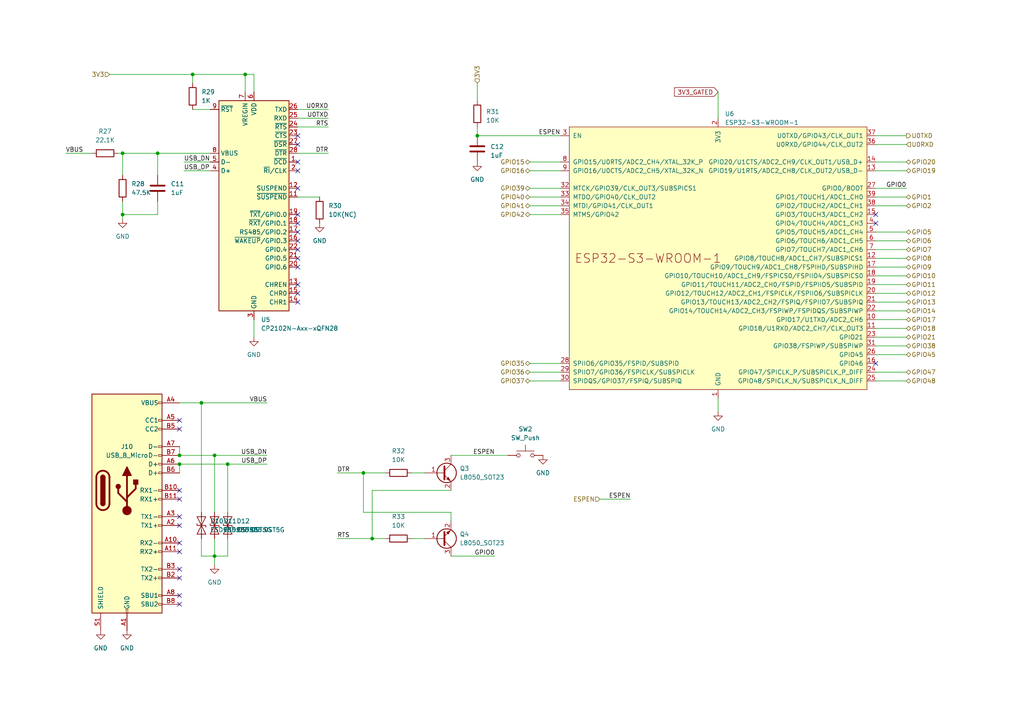
<source format=kicad_sch>
(kicad_sch (version 20230121) (generator eeschema)
  (paper "A4")
  (lib_symbols
    (symbol "Connector:USB_C_Receptacle" (pin_names (offset 1.016))
      (property "Reference" "J" (at -10.16 29.21 0))
      (property "Value" "USB_C_Receptacle" (at 10.16 29.21 0))
      (symbol "USB_C_Receptacle_0_0"
        (rectangle (start -0.254 -35.56) (end 0.254 -34.544))
        (rectangle (start 10.16 -32.766) (end 9.144 -33.274))
        (rectangle (start 10.16 -30.226) (end 9.144 -30.734))
        (rectangle (start 10.16 -25.146) (end 9.144 -25.654))
        (rectangle (start 10.16 -22.606) (end 9.144 -23.114))
        (rectangle (start 10.16 -17.526) (end 9.144 -18.034))
        (rectangle (start 10.16 -14.986) (end 9.144 -15.494))
        (rectangle (start 10.16 -9.906) (end 9.144 -10.414))
        (rectangle (start 10.16 -7.366) (end 9.144 -7.874))
        (rectangle (start 10.16 -2.286) (end 9.144 -2.794))
        (rectangle (start 10.16 0.254) (end 9.144 -0.254))
        (rectangle (start 10.16 5.334) (end 9.144 4.826))
        (rectangle (start 10.16 7.874) (end 9.144 7.366))
        (rectangle (start 10.16 10.414) (end 9.144 9.906))
        (rectangle (start 10.16 12.954) (end 9.144 12.446))
        (rectangle (start 10.16 18.034) (end 9.144 17.526))
        (rectangle (start 10.16 20.574) (end 9.144 20.066))
        (rectangle (start 10.16 25.654) (end 9.144 25.146))
      )
      (symbol "USB_C_Receptacle_0_1"
        (rectangle (start -10.16 27.94) (end 10.16 -35.56) (stroke (width 0.254)) (fill (type background)))
        (arc (start -8.89 -3.81) (mid -6.985 -5.7067) (end -5.08 -3.81) (stroke (width 0.508)))
        (arc (start -7.62 -3.81) (mid -6.985 -4.4423) (end -6.35 -3.81) (stroke (width 0.254)))
        (arc (start -7.62 -3.81) (mid -6.985 -4.4423) (end -6.35 -3.81) (stroke (width 0.254)) (fill (type outline)))
        (rectangle (start -7.62 -3.81) (end -6.35 3.81) (stroke (width 0.254)) (fill (type outline)))
        (arc (start -6.35 3.81) (mid -6.985 4.4423) (end -7.62 3.81) (stroke (width 0.254)))
        (arc (start -6.35 3.81) (mid -6.985 4.4423) (end -7.62 3.81) (stroke (width 0.254)) (fill (type outline)))
        (arc (start -5.08 3.81) (mid -6.985 5.7067) (end -8.89 3.81) (stroke (width 0.508)))
        (polyline (pts (xy -8.89 -3.81) (xy -8.89 3.81)) (stroke (width 0.508)))
        (polyline (pts (xy -5.08 3.81) (xy -5.08 -3.81)) (stroke (width 0.508)))
      )
      (symbol "USB_C_Receptacle_1_1"
        (circle (center -2.54 1.143) (radius 0.635) (stroke (width 0.254)) (fill (type outline)))
        (circle (center 0 -5.842) (radius 1.27) (fill (type outline)))
        (polyline (pts (xy 0 -5.842) (xy 0 4.318)) (stroke (width 0.508)))
        (polyline (pts (xy 0 -3.302) (xy -2.54 -0.762) (xy -2.54 0.508)) (stroke (width 0.508)))
        (polyline (pts (xy 0 -2.032) (xy 2.54 0.508) (xy 2.54 1.778)) (stroke (width 0.508)))
        (polyline (pts (xy -1.27 4.318) (xy 0 6.858) (xy 1.27 4.318) (xy -1.27 4.318)) (stroke (width 0.254)) (fill (type outline)))
        (rectangle (start 1.905 1.778) (end 3.175 3.048) (stroke (width 0.254)) (fill (type outline)))
        (pin passive line (at 0 -40.64 90) (length 5.08) (name "GND") (number "A1"))
        (pin bidirectional line (at 15.24 -15.24 180) (length 5.08) (name "RX2-") (number "A10"))
        (pin bidirectional line (at 15.24 -17.78 180) (length 5.08) (name "RX2+") (number "A11"))
        (pin passive line (at 0 -40.64 90) (length 5.08) hide (name "GND") (number "A12"))
        (pin bidirectional line (at 15.24 -10.16 180) (length 5.08) (name "TX1+") (number "A2"))
        (pin bidirectional line (at 15.24 -7.62 180) (length 5.08) (name "TX1-") (number "A3"))
        (pin passive line (at 15.24 25.4 180) (length 5.08) (name "VBUS") (number "A4"))
        (pin bidirectional line (at 15.24 20.32 180) (length 5.08) (name "CC1") (number "A5"))
        (pin bidirectional line (at 15.24 7.62 180) (length 5.08) (name "D+") (number "A6"))
        (pin bidirectional line (at 15.24 12.7 180) (length 5.08) (name "D-") (number "A7"))
        (pin bidirectional line (at 15.24 -30.48 180) (length 5.08) (name "SBU1") (number "A8"))
        (pin passive line (at 15.24 25.4 180) (length 5.08) hide (name "VBUS") (number "A9"))
        (pin passive line (at 0 -40.64 90) (length 5.08) hide (name "GND") (number "B1"))
        (pin bidirectional line (at 15.24 0 180) (length 5.08) (name "RX1-") (number "B10"))
        (pin bidirectional line (at 15.24 -2.54 180) (length 5.08) (name "RX1+") (number "B11"))
        (pin passive line (at 0 -40.64 90) (length 5.08) hide (name "GND") (number "B12"))
        (pin bidirectional line (at 15.24 -25.4 180) (length 5.08) (name "TX2+") (number "B2"))
        (pin bidirectional line (at 15.24 -22.86 180) (length 5.08) (name "TX2-") (number "B3"))
        (pin passive line (at 15.24 25.4 180) (length 5.08) hide (name "VBUS") (number "B4"))
        (pin bidirectional line (at 15.24 17.78 180) (length 5.08) (name "CC2") (number "B5"))
        (pin bidirectional line (at 15.24 5.08 180) (length 5.08) (name "D+") (number "B6"))
        (pin bidirectional line (at 15.24 10.16 180) (length 5.08) (name "D-") (number "B7"))
        (pin bidirectional line (at 15.24 -33.02 180) (length 5.08) (name "SBU2") (number "B8"))
        (pin passive line (at 15.24 25.4 180) (length 5.08) hide (name "VBUS") (number "B9"))
        (pin passive line (at -7.62 -40.64 90) (length 5.08) (name "SHIELD") (number "S1"))
      )
    )
    (symbol "Custom_Components:L8050_SOT23" (pin_names (offset 0) hide)
      (property "Reference" "Q" (at 5.08 1.905 0))
      (property "Value" "L8050_SOT23" (at 5.08 0 0))
      (symbol "L8050_SOT23_0_1"
        (polyline (pts (xy 0 0) (xy 0.635 0)))
        (polyline (pts (xy 0.635 0.635) (xy 2.54 2.54)))
        (polyline (pts (xy 0.635 -0.635) (xy 2.54 -2.54) (xy 2.54 -2.54)))
        (polyline (pts (xy 0.635 1.905) (xy 0.635 -1.905) (xy 0.635 -1.905)) (stroke (width 0.508)))
        (polyline (pts (xy 1.27 -1.778) (xy 1.778 -1.27) (xy 2.286 -2.286) (xy 1.27 -1.778) (xy 1.27 -1.778)) (fill (type outline)))
        (circle (center 1.27 0) (radius 2.8194) (stroke (width 0.254)))
      )
      (symbol "L8050_SOT23_1_1"
        (pin input line (at -5.08 0 0) (length 5.08) (name "B") (number "1"))
        (pin passive line (at 2.54 -5.08 90) (length 2.54) (name "E") (number "2"))
        (pin passive line (at 2.54 5.08 270) (length 2.54) (name "C") (number "3"))
      )
    )
    (symbol "Device:C" (pin_numbers hide) (pin_names (offset 0.254))
      (property "Reference" "C" (at 0.635 2.54 0))
      (property "Value" "C" (at 0.635 -2.54 0))
      (symbol "C_0_1"
        (polyline (pts (xy -2.032 -0.762) (xy 2.032 -0.762)) (stroke (width 0.508)))
        (polyline (pts (xy -2.032 0.762) (xy 2.032 0.762)) (stroke (width 0.508)))
      )
      (symbol "C_1_1"
        (pin passive line (at 0 3.81 270) (length 2.794) (name "~") (number "1"))
        (pin passive line (at 0 -3.81 90) (length 2.794) (name "~") (number "2"))
      )
    )
    (symbol "Device:R" (pin_numbers hide) (pin_names (offset 0))
      (property "Reference" "R" (at 2.032 0 90))
      (property "Value" "R" (at 0 0 90))
      (symbol "R_0_1"
        (rectangle (start -1.016 -2.54) (end 1.016 2.54) (stroke (width 0.254)))
      )
      (symbol "R_1_1"
        (pin passive line (at 0 3.81 270) (length 1.27) (name "~") (number "1"))
        (pin passive line (at 0 -3.81 90) (length 1.27) (name "~") (number "2"))
      )
    )
    (symbol "Diode:ESD9B5.0ST5G" (pin_numbers hide) (pin_names (offset 1.016) hide)
      (property "Reference" "D" (at 0 2.54 0))
      (property "Value" "ESD9B5.0ST5G" (at 0 -2.54 0))
      (symbol "ESD9B5.0ST5G_0_1"
        (polyline (pts (xy 1.27 0) (xy -1.27 0)))
        (polyline (pts (xy -2.54 -1.27) (xy 0 0) (xy -2.54 1.27) (xy -2.54 -1.27)) (stroke (width 0.2032)))
        (polyline (pts (xy 0.508 1.27) (xy 0 1.27) (xy 0 -1.27) (xy -0.508 -1.27)) (stroke (width 0.2032)))
        (polyline (pts (xy 2.54 1.27) (xy 2.54 -1.27) (xy 0 0) (xy 2.54 1.27)) (stroke (width 0.2032)))
      )
      (symbol "ESD9B5.0ST5G_1_1"
        (pin passive line (at -3.81 0 0) (length 2.54) (name "A1") (number "1"))
        (pin passive line (at 3.81 0 180) (length 2.54) (name "A2") (number "2"))
      )
    )
    (symbol "ESP32-S3-WROOM-1_1" (pin_names (offset 1.016))
      (property "Reference" "U" (at -43.18 43.18 0))
      (property "Value" "ESP32-S3-WROOM-1" (at -43.18 40.64 0))
      (symbol "ESP32-S3-WROOM-1_1_0_0"
        (text "ESP32-S3-WROOM-1" (at -20.32 0 0) (effects (font (size 2.54 2.54))))
        (pin power_in line (at 0 -40.64 90) (length 2.54) (name "GND") (number "1"))
        (pin bidirectional line (at 45.72 -17.78 180) (length 2.54) (name "GPIO17/U1TXD/ADC2_CH6") (number "10"))
        (pin bidirectional line (at 45.72 -20.32 180) (length 2.54) (name "GPIO18/U1RXD/ADC2_CH7/CLK_OUT3") (number "11"))
        (pin bidirectional line (at 45.72 0 180) (length 2.54) (name "GPIO8/TOUCH8/ADC1_CH7/SUBSPICS1") (number "12"))
        (pin bidirectional line (at 45.72 25.4 180) (length 2.54) (name "GPIO19/U1RTS/ADC2_CH8/CLK_OUT2/USB_D-") (number "13"))
        (pin bidirectional line (at 45.72 27.94 180) (length 2.54) (name "GPIO20/U1CTS/ADC2_CH9/CLK_OUT1/USB_D+") (number "14"))
        (pin bidirectional line (at 45.72 12.7 180) (length 2.54) (name "GPIO3/TOUCH3/ADC1_CH2") (number "15"))
        (pin bidirectional line (at 45.72 -30.48 180) (length 2.54) (name "GPIO46") (number "16"))
        (pin bidirectional line (at 45.72 -2.54 180) (length 2.54) (name "GPIO9/TOUCH9/ADC1_CH8/FSPIHD/SUBSPIHD") (number "17"))
        (pin bidirectional line (at 45.72 -5.08 180) (length 2.54) (name "GPIO10/TOUCH10/ADC1_CH9/FSPICS0/FSPIIO4/SUBSPICS0") (number "18"))
        (pin bidirectional line (at 45.72 -7.62 180) (length 2.54) (name "GPIO11/TOUCH11/ADC2_CH0/FSPID/FSPIIO5/SUBSPID") (number "19"))
        (pin power_in line (at 0 40.64 270) (length 2.54) (name "3V3") (number "2"))
        (pin bidirectional line (at 45.72 -10.16 180) (length 2.54) (name "GPIO12/TOUCH12/ADC2_CH1/FSPICLK/FSPIIO6/SUBSPICLK") (number "20"))
        (pin bidirectional line (at 45.72 -12.7 180) (length 2.54) (name "GPIO13/TOUCH13/ADC2_CH2/FSPIQ/FSPIIO7/SUBSPIQ") (number "21"))
        (pin bidirectional line (at 45.72 -15.24 180) (length 2.54) (name "GPIO14/TOUCH14/ADC2_CH3/FSPIWP/FSPIDQS/SUBSPIWP") (number "22"))
        (pin bidirectional line (at 45.72 -22.86 180) (length 2.54) (name "GPIO21") (number "23"))
        (pin bidirectional line (at 45.72 -33.02 180) (length 2.54) (name "GPIO47/SPICLK_P/SUBSPICLK_P_DIFF") (number "24"))
        (pin bidirectional line (at 45.72 -35.56 180) (length 2.54) (name "GPIO48/SPICLK_N/SUBSPICLK_N_DIFF") (number "25"))
        (pin bidirectional line (at 45.72 -27.94 180) (length 2.54) (name "GPIO45") (number "26"))
        (pin bidirectional line (at 45.72 20.32 180) (length 2.54) (name "GPIO0/BOOT") (number "27"))
        (pin bidirectional line (at -45.72 -30.48 0) (length 2.54) (name "SPIIO6/GPIO35/FSPID/SUBSPID") (number "28"))
        (pin bidirectional line (at -45.72 -33.02 0) (length 2.54) (name "SPIIO7/GPIO36/FSPICLK/SUBSPICLK") (number "29"))
        (pin input line (at -45.72 35.56 0) (length 2.54) (name "EN") (number "3"))
        (pin bidirectional line (at -45.72 -35.56 0) (length 2.54) (name "SPIDQS/GPIO37/FSPIQ/SUBSPIQ") (number "30"))
        (pin bidirectional line (at 45.72 -25.4 180) (length 2.54) (name "GPIO38/FSPIWP/SUBSPIWP") (number "31"))
        (pin bidirectional line (at -45.72 20.32 0) (length 2.54) (name "MTCK/GPIO39/CLK_OUT3/SUBSPICS1") (number "32"))
        (pin bidirectional line (at -45.72 17.78 0) (length 2.54) (name "MTDO/GPIO40/CLK_OUT2") (number "33"))
        (pin bidirectional line (at -45.72 15.24 0) (length 2.54) (name "MTDI/GPIO41/CLK_OUT1") (number "34"))
        (pin bidirectional line (at -45.72 12.7 0) (length 2.54) (name "MTMS/GPIO42") (number "35"))
        (pin bidirectional line (at 45.72 33.02 180) (length 2.54) (name "U0RXD/GPIO44/CLK_OUT2") (number "36"))
        (pin bidirectional line (at 45.72 35.56 180) (length 2.54) (name "U0TXD/GPIO43/CLK_OUT1") (number "37"))
        (pin bidirectional line (at 45.72 15.24 180) (length 2.54) (name "GPIO2/TOUCH2/ADC1_CH1") (number "38"))
        (pin bidirectional line (at 45.72 17.78 180) (length 2.54) (name "GPIO1/TOUCH1/ADC1_CH0") (number "39"))
        (pin bidirectional line (at 45.72 10.16 180) (length 2.54) (name "GPIO4/TOUCH4/ADC1_CH3") (number "4"))
        (pin passive line (at 0 -40.64 90) (length 2.54) hide (name "GND") (number "40"))
        (pin passive line (at 0 -40.64 90) (length 2.54) hide (name "GND") (number "41"))
        (pin bidirectional line (at 45.72 7.62 180) (length 2.54) (name "GPIO5/TOUCH5/ADC1_CH4") (number "5"))
        (pin bidirectional line (at 45.72 5.08 180) (length 2.54) (name "GPIO6/TOUCH6/ADC1_CH5") (number "6"))
        (pin bidirectional line (at 45.72 2.54 180) (length 2.54) (name "GPIO7/TOUCH7/ADC1_CH6") (number "7"))
        (pin bidirectional line (at -45.72 27.94 0) (length 2.54) (name "GPIO15/U0RTS/ADC2_CH4/XTAL_32K_P") (number "8"))
        (pin bidirectional line (at -45.72 25.4 0) (length 2.54) (name "GPIO16/U0CTS/ADC2_CH5/XTAL_32K_N") (number "9"))
      )
      (symbol "ESP32-S3-WROOM-1_1_0_1"
        (rectangle (start -43.18 38.1) (end 43.18 -38.1) (fill (type background)))
      )
    )
    (symbol "Interface_USB:CP2102N-Axx-xQFN28"
      (property "Reference" "U" (at -8.89 31.75 0))
      (property "Value" "CP2102N-Axx-xQFN28" (at 12.7 31.75 0))
      (symbol "CP2102N-Axx-xQFN28_0_1"
        (rectangle (start -10.16 30.48) (end 10.16 -30.48) (stroke (width 0.254)) (fill (type background)))
      )
      (symbol "CP2102N-Axx-xQFN28_1_1"
        (pin input line (at 12.7 12.7 180) (length 2.54) (name "~{DCD}") (number "1"))
        (pin no_connect line (at -10.16 -27.94 0) (length 2.54) hide (name "NC") (number "10"))
        (pin output line (at 12.7 2.54 180) (length 2.54) (name "~{SUSPEND}") (number "11"))
        (pin output line (at 12.7 5.08 180) (length 2.54) (name "SUSPEND") (number "12"))
        (pin output line (at 12.7 -22.86 180) (length 2.54) (name "CHREN") (number "13"))
        (pin output line (at 12.7 -27.94 180) (length 2.54) (name "CHR1") (number "14"))
        (pin output line (at 12.7 -25.4 180) (length 2.54) (name "CHR0") (number "15"))
        (pin bidirectional line (at 12.7 -10.16 180) (length 2.54) (name "~{WAKEUP}/GPIO.3") (number "16"))
        (pin bidirectional line (at 12.7 -7.62 180) (length 2.54) (name "RS485/GPIO.2") (number "17"))
        (pin bidirectional line (at 12.7 -5.08 180) (length 2.54) (name "~{RXT}/GPIO.1") (number "18"))
        (pin bidirectional line (at 12.7 -2.54 180) (length 2.54) (name "~{TXT}/GPIO.0") (number "19"))
        (pin bidirectional line (at 12.7 10.16 180) (length 2.54) (name "~{RI}/CLK") (number "2"))
        (pin bidirectional line (at 12.7 -17.78 180) (length 2.54) (name "GPIO.6") (number "20"))
        (pin bidirectional line (at 12.7 -15.24 180) (length 2.54) (name "GPIO.5") (number "21"))
        (pin bidirectional line (at 12.7 -12.7 180) (length 2.54) (name "GPIO.4") (number "22"))
        (pin input line (at 12.7 20.32 180) (length 2.54) (name "~{CTS}") (number "23"))
        (pin output line (at 12.7 22.86 180) (length 2.54) (name "~{RTS}") (number "24"))
        (pin input line (at 12.7 25.4 180) (length 2.54) (name "RXD") (number "25"))
        (pin output line (at 12.7 27.94 180) (length 2.54) (name "TXD") (number "26"))
        (pin input line (at 12.7 17.78 180) (length 2.54) (name "~{DSR}") (number "27"))
        (pin output line (at 12.7 15.24 180) (length 2.54) (name "~{DTR}") (number "28"))
        (pin passive line (at 0 -33.02 90) (length 2.54) hide (name "GND") (number "29"))
        (pin power_in line (at 0 -33.02 90) (length 2.54) (name "GND") (number "3"))
        (pin bidirectional line (at -12.7 10.16 0) (length 2.54) (name "D+") (number "4"))
        (pin bidirectional line (at -12.7 12.7 0) (length 2.54) (name "D-") (number "5"))
        (pin power_in line (at 0 33.02 270) (length 2.54) (name "VDD") (number "6"))
        (pin power_in line (at -2.54 33.02 270) (length 2.54) (name "VREGIN") (number "7"))
        (pin input line (at -12.7 15.24 0) (length 2.54) (name "VBUS") (number "8"))
        (pin input line (at -12.7 27.94 0) (length 2.54) (name "~{RST}") (number "9"))
      )
    )
    (symbol "Switch:SW_Push" (pin_numbers hide) (pin_names (offset 1.016) hide)
      (property "Reference" "SW" (at 1.27 2.54 0))
      (property "Value" "SW_Push" (at 0 -1.524 0))
      (symbol "SW_Push_0_1"
        (circle (center -2.032 0) (radius 0.508))
        (polyline (pts (xy 0 1.27) (xy 0 3.048)))
        (polyline (pts (xy 2.54 1.27) (xy -2.54 1.27)))
        (circle (center 2.032 0) (radius 0.508))
        (pin passive line (at -5.08 0 0) (length 2.54) (name "1") (number "1"))
        (pin passive line (at 5.08 0 180) (length 2.54) (name "2") (number "2"))
      )
    )
    (symbol "power:GND" (power) (pin_names (offset 0))
      (property "Value" "GND" (at 0 -3.81 0))
      (symbol "GND_0_1"
        (polyline (pts (xy 0 0) (xy 0 -1.27) (xy 1.27 -1.27) (xy 0 -2.54) (xy -1.27 -1.27) (xy 0 -1.27)))
      )
      (symbol "GND_1_1"
        (pin power_in line (at 0 0 270) (length 0) hide (name "GND") (number "1"))
      )
    )
  )
  (junction (at 107.95 156.21))
  (junction (at 35.56 44.45))
  (junction (at 105.41 137.16))
  (junction (at 52.07 132.08))
  (junction (at 58.42 116.84))
  (junction (at 138.43 39.37))
  (junction (at 62.23 161.29))
  (junction (at 62.23 132.08))
  (junction (at 55.88 21.59))
  (junction (at 35.56 62.23))
  (junction (at 66.04 134.62))
  (junction (at 45.72 44.45))
  (junction (at 52.07 134.62))
  (junction (at 71.12 21.59))
  (no_connect (at 254 62.23))
  (no_connect (at 86.36 54.61))
  (no_connect (at 52.07 124.46))
  (no_connect (at 254 105.41))
  (no_connect (at 86.36 41.91))
  (no_connect (at 52.07 175.26))
  (no_connect (at 52.07 149.86))
  (no_connect (at 86.36 85.09))
  (no_connect (at 52.07 144.78))
  (no_connect (at 86.36 64.77))
  (no_connect (at 52.07 157.48))
  (no_connect (at 86.36 74.93))
  (no_connect (at 52.07 152.4))
  (no_connect (at 254 64.77))
  (no_connect (at 86.36 46.99))
  (no_connect (at 52.07 142.24))
  (no_connect (at 86.36 69.85))
  (no_connect (at 86.36 72.39))
  (no_connect (at 52.07 167.64))
  (no_connect (at 86.36 67.31))
  (no_connect (at 86.36 82.55))
  (no_connect (at 86.36 49.53))
  (no_connect (at 52.07 160.02))
  (no_connect (at 86.36 87.63))
  (no_connect (at 86.36 77.47))
  (no_connect (at 86.36 62.23))
  (no_connect (at 52.07 172.72))
  (no_connect (at 86.36 39.37))
  (no_connect (at 52.07 121.92))
  (no_connect (at 52.07 165.1))
  (wire (pts (xy 262.89 92.71) (xy 254 92.71)))
  (wire (pts (xy 153.67 46.99) (xy 162.56 46.99)))
  (wire (pts (xy 262.89 107.95) (xy 254 107.95)))
  (wire (pts (xy 130.81 148.59) (xy 105.41 148.59)))
  (wire (pts (xy 73.66 21.59) (xy 73.66 26.67)))
  (wire (pts (xy 208.28 26.67) (xy 208.28 34.29)))
  (wire (pts (xy 45.72 44.45) (xy 60.96 44.45)))
  (wire (pts (xy 173.99 144.78) (xy 182.88 144.78)))
  (wire (pts (xy 86.36 57.15) (xy 92.71 57.15)))
  (wire (pts (xy 52.07 116.84) (xy 58.42 116.84)))
  (wire (pts (xy 262.89 77.47) (xy 254 77.47)))
  (wire (pts (xy 153.67 54.61) (xy 162.56 54.61)))
  (wire (pts (xy 35.56 63.5) (xy 35.56 62.23)))
  (wire (pts (xy 55.88 21.59) (xy 55.88 24.13)))
  (wire (pts (xy 52.07 132.08) (xy 62.23 132.08)))
  (wire (pts (xy 262.89 82.55) (xy 254 82.55)))
  (wire (pts (xy 130.81 161.29) (xy 143.51 161.29)))
  (wire (pts (xy 66.04 134.62) (xy 66.04 148.59)))
  (wire (pts (xy 71.12 21.59) (xy 71.12 26.67)))
  (wire (pts (xy 97.79 137.16) (xy 105.41 137.16)))
  (wire (pts (xy 262.89 97.79) (xy 254 97.79)))
  (wire (pts (xy 66.04 161.29) (xy 62.23 161.29)))
  (wire (pts (xy 262.89 49.53) (xy 254 49.53)))
  (wire (pts (xy 62.23 156.21) (xy 62.23 161.29)))
  (wire (pts (xy 119.38 137.16) (xy 123.19 137.16)))
  (wire (pts (xy 52.07 134.62) (xy 66.04 134.62)))
  (wire (pts (xy 262.89 85.09) (xy 254 85.09)))
  (wire (pts (xy 262.89 90.17) (xy 254 90.17)))
  (wire (pts (xy 62.23 132.08) (xy 62.23 148.59)))
  (wire (pts (xy 45.72 44.45) (xy 45.72 50.8)))
  (wire (pts (xy 35.56 62.23) (xy 35.56 58.42)))
  (wire (pts (xy 208.28 119.38) (xy 208.28 115.57)))
  (wire (pts (xy 262.89 57.15) (xy 254 57.15)))
  (wire (pts (xy 262.89 54.61) (xy 254 54.61)))
  (wire (pts (xy 119.38 156.21) (xy 123.19 156.21)))
  (wire (pts (xy 262.89 59.69) (xy 254 59.69)))
  (wire (pts (xy 45.72 58.42) (xy 45.72 62.23)))
  (wire (pts (xy 58.42 161.29) (xy 62.23 161.29)))
  (wire (pts (xy 55.88 21.59) (xy 71.12 21.59)))
  (wire (pts (xy 153.67 107.95) (xy 162.56 107.95)))
  (wire (pts (xy 53.34 49.53) (xy 60.96 49.53)))
  (wire (pts (xy 52.07 134.62) (xy 52.07 137.16)))
  (wire (pts (xy 52.07 129.54) (xy 52.07 132.08)))
  (wire (pts (xy 105.41 148.59) (xy 105.41 137.16)))
  (wire (pts (xy 105.41 137.16) (xy 111.76 137.16)))
  (wire (pts (xy 138.43 24.13) (xy 138.43 29.21)))
  (wire (pts (xy 107.95 142.24) (xy 107.95 156.21)))
  (wire (pts (xy 262.89 80.01) (xy 254 80.01)))
  (wire (pts (xy 62.23 163.83) (xy 62.23 161.29)))
  (wire (pts (xy 262.89 74.93) (xy 254 74.93)))
  (wire (pts (xy 130.81 142.24) (xy 107.95 142.24)))
  (wire (pts (xy 153.67 110.49) (xy 162.56 110.49)))
  (wire (pts (xy 153.67 57.15) (xy 162.56 57.15)))
  (wire (pts (xy 262.89 95.25) (xy 254 95.25)))
  (wire (pts (xy 58.42 116.84) (xy 58.42 148.59)))
  (wire (pts (xy 53.34 46.99) (xy 60.96 46.99)))
  (wire (pts (xy 97.79 156.21) (xy 107.95 156.21)))
  (wire (pts (xy 262.89 46.99) (xy 254 46.99)))
  (wire (pts (xy 95.25 36.83) (xy 86.36 36.83)))
  (wire (pts (xy 138.43 36.83) (xy 138.43 39.37)))
  (wire (pts (xy 130.81 151.13) (xy 130.81 148.59)))
  (wire (pts (xy 95.25 34.29) (xy 86.36 34.29)))
  (wire (pts (xy 153.67 49.53) (xy 162.56 49.53)))
  (wire (pts (xy 31.75 21.59) (xy 55.88 21.59)))
  (wire (pts (xy 153.67 59.69) (xy 162.56 59.69)))
  (wire (pts (xy 147.32 132.08) (xy 130.81 132.08)))
  (wire (pts (xy 55.88 31.75) (xy 60.96 31.75)))
  (wire (pts (xy 262.89 100.33) (xy 254 100.33)))
  (wire (pts (xy 66.04 134.62) (xy 77.47 134.62)))
  (wire (pts (xy 262.89 39.37) (xy 254 39.37)))
  (wire (pts (xy 107.95 156.21) (xy 111.76 156.21)))
  (wire (pts (xy 58.42 116.84) (xy 77.47 116.84)))
  (wire (pts (xy 45.72 62.23) (xy 35.56 62.23)))
  (wire (pts (xy 153.67 62.23) (xy 162.56 62.23)))
  (wire (pts (xy 66.04 156.21) (xy 66.04 161.29)))
  (wire (pts (xy 71.12 21.59) (xy 73.66 21.59)))
  (wire (pts (xy 95.25 31.75) (xy 86.36 31.75)))
  (wire (pts (xy 62.23 132.08) (xy 77.47 132.08)))
  (wire (pts (xy 138.43 39.37) (xy 162.56 39.37)))
  (wire (pts (xy 262.89 102.87) (xy 254 102.87)))
  (wire (pts (xy 19.05 44.45) (xy 26.67 44.45)))
  (wire (pts (xy 58.42 156.21) (xy 58.42 161.29)))
  (wire (pts (xy 153.67 105.41) (xy 162.56 105.41)))
  (wire (pts (xy 262.89 110.49) (xy 254 110.49)))
  (wire (pts (xy 262.89 67.31) (xy 254 67.31)))
  (wire (pts (xy 35.56 44.45) (xy 45.72 44.45)))
  (wire (pts (xy 34.29 44.45) (xy 35.56 44.45)))
  (wire (pts (xy 262.89 69.85) (xy 254 69.85)))
  (wire (pts (xy 262.89 87.63) (xy 254 87.63)))
  (wire (pts (xy 262.89 72.39) (xy 254 72.39)))
  (wire (pts (xy 35.56 50.8) (xy 35.56 44.45)))
  (wire (pts (xy 95.25 44.45) (xy 86.36 44.45)))
  (wire (pts (xy 262.89 41.91) (xy 254 41.91)))
  (wire (pts (xy 73.66 92.71) (xy 73.66 97.79)))
  (label "ESPEN" (at 182.88 144.78 180))
  (label "RTS" (at 97.79 156.21 0))
  (label "GPIO0" (at 143.51 161.29 180))
  (label "VBUS" (at 19.05 44.45 0))
  (label "VBUS" (at 77.47 116.84 180))
  (label "USB_DN" (at 77.47 132.08 180))
  (label "U0TXD" (at 95.25 34.29 180))
  (label "DTR" (at 95.25 44.45 180))
  (label "U0RXD" (at 95.25 31.75 180))
  (label "USB_DP" (at 77.47 134.62 180))
  (label "USB_DN" (at 53.34 46.99 0))
  (label "ESPEN" (at 143.51 132.08 180))
  (label "GPIO0" (at 262.89 54.61 180))
  (label "ESPEN" (at 156.21 39.37 0))
  (label "RTS" (at 95.25 36.83 180))
  (label "DTR" (at 97.79 137.16 0))
  (label "USB_DP" (at 53.34 49.53 0))
  (global_label "3V3_GATED" (shape input) (at 208.28 26.67 180) (property "Intersheetrefs" "${INTERSHEET_REFS}" (effects hide)))
  (hierarchical_label "GPIO42" (shape bidirectional) (at 153.67 62.23 180))
  (hierarchical_label "GPIO5" (shape bidirectional) (at 262.89 67.31 0))
  (hierarchical_label "GPIO38" (shape bidirectional) (at 262.89 100.33 0))
  (hierarchical_label "GPIO17" (shape bidirectional) (at 262.89 92.71 0))
  (hierarchical_label "GPIO20" (shape bidirectional) (at 262.89 46.99 0))
  (hierarchical_label "ESPEN" (shape input) (at 173.99 144.78 180))
  (hierarchical_label "U0TXD" (shape output) (at 262.89 39.37 0))
  (hierarchical_label "GPIO39" (shape bidirectional) (at 153.67 54.61 180))
  (hierarchical_label "GPIO14" (shape bidirectional) (at 262.89 90.17 0))
  (hierarchical_label "GPIO19" (shape bidirectional) (at 262.89 49.53 0))
  (hierarchical_label "GPIO9" (shape bidirectional) (at 262.89 77.47 0))
  (hierarchical_label "GPIO11" (shape bidirectional) (at 262.89 82.55 0))
  (hierarchical_label "GPIO48" (shape bidirectional) (at 262.89 110.49 0))
  (hierarchical_label "GPIO40" (shape bidirectional) (at 153.67 57.15 180))
  (hierarchical_label "GPIO7" (shape bidirectional) (at 262.89 72.39 0))
  (hierarchical_label "GPIO36" (shape bidirectional) (at 153.67 107.95 180))
  (hierarchical_label "GPIO13" (shape bidirectional) (at 262.89 87.63 0))
  (hierarchical_label "GPIO16" (shape bidirectional) (at 153.67 49.53 180))
  (hierarchical_label "GPIO1" (shape bidirectional) (at 262.89 57.15 0))
  (hierarchical_label "GPIO10" (shape bidirectional) (at 262.89 80.01 0))
  (hierarchical_label "GPIO35" (shape bidirectional) (at 153.67 105.41 180))
  (hierarchical_label "GPIO18" (shape bidirectional) (at 262.89 95.25 0))
  (hierarchical_label "3V3" (shape input) (at 138.43 24.13 90))
  (hierarchical_label "GPIO41" (shape bidirectional) (at 153.67 59.69 180))
  (hierarchical_label "GPIO8" (shape bidirectional) (at 262.89 74.93 0))
  (hierarchical_label "GPIO15" (shape bidirectional) (at 153.67 46.99 180))
  (hierarchical_label "3V3" (shape input) (at 31.75 21.59 180))
  (hierarchical_label "GPIO12" (shape bidirectional) (at 262.89 85.09 0))
  (hierarchical_label "GPIO21" (shape bidirectional) (at 262.89 97.79 0))
  (hierarchical_label "U0RXD" (shape input) (at 262.89 41.91 0))
  (hierarchical_label "GPIO6" (shape bidirectional) (at 262.89 69.85 0))
  (hierarchical_label "GPIO45" (shape bidirectional) (at 262.89 102.87 0))
  (hierarchical_label "GPIO2" (shape bidirectional) (at 262.89 59.69 0))
  (hierarchical_label "GPIO37" (shape bidirectional) (at 153.67 110.49 180))
  (hierarchical_label "GPIO47" (shape bidirectional) (at 262.89 107.95 0))
  (symbol (lib_id "Device:C") (at 45.72 54.61 0) (unit 1)
    (property "Reference" "C11" (at 49.53 53.3399 0) (effects (justify left)))
    (property "Value" "1uF" (at 49.53 55.8799 0) (effects (justify left)))
    (property "Footprint" "Capacitor_SMD:C_0805_2012Metric" (effects hide))
  )
  (symbol (lib_id "Device:R") (at 55.88 27.94 0) (unit 1)
    (property "Reference" "R29" (at 58.42 26.6699 0) (effects (justify left)))
    (property "Value" "1K" (at 58.42 29.2099 0) (effects (justify left)))
    (property "Footprint" "Resistor_SMD:R_1206_3216Metric" (effects hide))
  )
  (symbol (lib_id "power:GND") (at 208.28 119.38 0) (unit 1)
    (property "Reference" "#PWR074" (effects hide))
    (property "Value" "GND" (at 208.28 124.46 0))
  )
  (symbol (lib_id "Custom_Components:L8050_SOT23") (at 128.27 137.16 0) (unit 1)
    (property "Reference" "Q3" (at 133.35 135.8899 0) (effects (justify left)))
    (property "Value" "L8050_SOT23" (at 133.35 138.4299 0) (effects (justify left)))
    (property "Footprint" "Package_TO_SOT_SMD:SOT-23" (effects hide))
    (property "Datasheet" "http://www.unisonic.com.tw/datasheet/S8050.pdf" (effects hide))
  )
  (symbol (lib_id "power:GND") (at 157.48 132.08 0) (unit 1)
    (property "Reference" "#PWR058" (effects hide))
    (property "Value" "GND" (at 157.48 137.16 0))
  )
  (symbol (lib_id "power:GND") (at 35.56 63.5 0) (unit 1)
    (property "Reference" "#PWR052" (effects hide))
    (property "Value" "GND" (at 35.56 68.58 0))
  )
  (symbol (lib_id "Device:R") (at 35.56 54.61 180) (unit 1)
    (property "Reference" "R28" (at 38.1 53.3399 0) (effects (justify right)))
    (property "Value" "47.5K" (at 38.1 55.8799 0) (effects (justify right)))
    (property "Footprint" "Resistor_SMD:R_1206_3216Metric" (effects hide))
  )
  (symbol (lib_id "Custom_Components:L8050_SOT23") (at 128.27 156.21 0) (mirror x) (unit 1)
    (property "Reference" "Q4" (at 133.35 154.9399 0) (effects (justify left)))
    (property "Value" "L8050_SOT23" (at 133.35 157.4799 0) (effects (justify left)))
    (property "Footprint" "Package_TO_SOT_SMD:SOT-23" (effects hide))
    (property "Datasheet" "http://www.unisonic.com.tw/datasheet/S8050.pdf" (effects hide))
  )
  (symbol (lib_id "power:GND") (at 92.71 64.77 0) (unit 1)
    (property "Reference" "#PWR056" (effects hide))
    (property "Value" "GND" (at 92.71 69.85 0))
  )
  (symbol (lib_id "Device:C") (at 138.43 43.18 0) (unit 1)
    (property "Reference" "C12" (at 142.24 42.545 0) (effects (justify left)))
    (property "Value" "1uF" (at 142.24 45.085 0) (effects (justify left)))
    (property "Footprint" "Capacitor_SMD:C_0805_2012Metric" (effects hide))
  )
  (symbol (lib_id "Diode:ESD9B5.0ST5G") (at 66.04 152.4 270) (unit 1)
    (property "Reference" "D12" (at 68.58 151.1299 90) (effects (justify left)))
    (property "Value" "ESD9B5.0ST5G" (at 68.58 153.6699 90) (effects (justify left)))
    (property "Footprint" "Diode_SMD:D_SOD-523" (effects hide))
    (property "Datasheet" "https://www.onsemi.com/pub/Collateral/ESD9B-D.PDF" (effects hide))
  )
  (symbol (lib_id "Device:R") (at 92.71 60.96 180) (unit 1)
    (property "Reference" "R30" (at 95.25 59.6899 0) (effects (justify right)))
    (property "Value" "10K(NC)" (at 95.25 62.2299 0) (effects (justify right)))
    (property "Footprint" "Resistor_SMD:R_1206_3216Metric" (effects hide))
  )
  (symbol (lib_id "Diode:ESD9B5.0ST5G") (at 58.42 152.4 270) (unit 1)
    (property "Reference" "D10" (at 60.96 151.1299 90) (effects (justify left)))
    (property "Value" "ESD9B5.0ST5G" (at 60.96 153.6699 90) (effects (justify left)))
    (property "Footprint" "Diode_SMD:D_SOD-523" (effects hide))
    (property "Datasheet" "https://www.onsemi.com/pub/Collateral/ESD9B-D.PDF" (effects hide))
  )
  (symbol (lib_id "Connector:USB_C_Receptacle") (at 36.83 142.24 0) (unit 1)
    (property "Reference" "J10" (at 36.83 129.54 0))
    (property "Value" "USB_B_Micro" (at 36.83 132.08 0))
    (property "Footprint" "Connector_USB:USB_C_Receptacle_Amphenol_12401610E4-2A" (effects hide))
    (property "Datasheet" "https://www.usb.org/sites/default/files/documents/usb_type-c.zip" (effects hide))
  )
  (symbol (lib_id "Interface_USB:CP2102N-Axx-xQFN28") (at 73.66 59.69 0) (unit 1)
    (property "Reference" "U5" (at 75.6794 92.71 0) (effects (justify left)))
    (property "Value" "CP2102N-Axx-xQFN28" (at 75.6794 95.25 0) (effects (justify left)))
    (property "Footprint" "Package_DFN_QFN:QFN-28-1EP_5x5mm_P0.5mm_EP3.35x3.35mm" (effects hide))
    (property "Datasheet" "https://www.silabs.com/documents/public/data-sheets/cp2102n-datasheet.pdf" (effects hide))
  )
  (symbol (lib_id "Device:R") (at 30.48 44.45 90) (unit 1)
    (property "Reference" "R27" (at 30.48 38.1 90))
    (property "Value" "22.1K" (at 30.48 40.64 90))
    (property "Footprint" "Resistor_SMD:R_1206_3216Metric" (effects hide))
  )
  (symbol (lib_id "power:GND") (at 29.21 182.88 0) (unit 1)
    (property "Reference" "#PWR051" (effects hide))
    (property "Value" "GND" (at 29.21 187.96 0))
  )
  (symbol (lib_id "power:GND") (at 73.66 97.79 0) (unit 1)
    (property "Reference" "#PWR055" (effects hide))
    (property "Value" "GND" (at 73.66 102.87 0))
  )
  (symbol (lib_id "Switch:SW_Push") (at 152.4 132.08 0) (unit 1)
    (property "Reference" "SW2" (at 152.4 124.46 0))
    (property "Value" "SW_Push" (at 152.4 127 0))
    (property "Footprint" "Button_Switch_SMD:SW_SPST_CK_RS282G05A3" (effects hide))
  )
  (symbol (lib_id "power:GND") (at 62.23 163.83 0) (unit 1)
    (property "Reference" "#PWR054" (effects hide))
    (property "Value" "GND" (at 62.23 168.91 0))
  )
  (symbol (lib_id "Device:R") (at 138.43 33.02 180) (unit 1)
    (property "Reference" "R31" (at 140.97 32.385 0) (effects (justify right)))
    (property "Value" "10K" (at 140.97 34.925 0) (effects (justify right)))
    (property "Footprint" "Resistor_SMD:R_1206_3216Metric" (effects hide))
  )
  (symbol (lib_id "power:GND") (at 138.43 46.99 0) (unit 1)
    (property "Reference" "#PWR061" (effects hide))
    (property "Value" "GND" (at 138.43 52.07 0))
  )
  (symbol (lib_id "Device:R") (at 115.57 137.16 270) (unit 1)
    (property "Reference" "R32" (at 115.57 130.81 90))
    (property "Value" "10K" (at 115.57 133.35 90))
    (property "Footprint" "Resistor_SMD:R_1206_3216Metric" (effects hide))
  )
  (symbol (lib_id "Diode:ESD9B5.0ST5G") (at 62.23 152.4 270) (unit 1)
    (property "Reference" "D11" (at 64.77 151.1299 90) (effects (justify left)))
    (property "Value" "ESD9B5.0ST5G" (at 64.77 153.6699 90) (effects (justify left)))
    (property "Footprint" "Diode_SMD:D_SOD-523" (effects hide))
    (property "Datasheet" "https://www.onsemi.com/pub/Collateral/ESD9B-D.PDF" (effects hide))
  )
  (symbol (lib_id "power:GND") (at 36.83 182.88 0) (unit 1)
    (property "Reference" "#PWR053" (effects hide))
    (property "Value" "GND" (at 36.83 187.96 0))
  )
  (symbol (lib_name "ESP32-S3-WROOM-1_1") (lib_id "Espressif:ESP32-S3-WROOM-1") (at 208.28 74.93 0) (unit 1)
    (property "Reference" "U6" (at 210.2359 33.02 0) (effects (justify left)))
    (property "Value" "ESP32-S3-WROOM-1" (at 210.2359 35.56 0) (effects (justify left)))
    (property "Footprint" "Espressif:ESP32-S3-WROOM-1" (effects hide))
    (property "Datasheet" "https://www.espressif.com/sites/default/files/documentation/esp32-s3-wroom-1_wroom-1u_datasheet_en.pdf" (effects hide))
  )
  (symbol (lib_id "Device:R") (at 115.57 156.21 270) (unit 1)
    (property "Reference" "R33" (at 115.57 149.86 90))
    (property "Value" "10K" (at 115.57 152.4 90))
    (property "Footprint" "Resistor_SMD:R_1206_3216Metric" (effects hide))
  )
)
</source>
